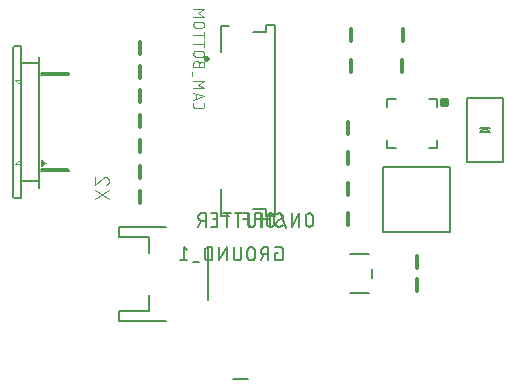
<source format=gbr>
G04 EAGLE Gerber RS-274X export*
G75*
%MOMM*%
%FSLAX34Y34*%
%LPD*%
%INSilkscreen Bottom*%
%IPPOS*%
%AMOC8*
5,1,8,0,0,1.08239X$1,22.5*%
G01*
%ADD10C,0.203200*%
%ADD11C,0.304800*%
%ADD12C,0.127000*%
%ADD13C,0.406400*%
%ADD14C,0.150000*%
%ADD15C,0.250000*%
%ADD16C,0.076200*%
%ADD17C,0.101600*%

G36*
X32261Y202798D02*
X32261Y202798D01*
X32328Y202802D01*
X32362Y202818D01*
X32393Y202824D01*
X32433Y202852D01*
X32491Y202879D01*
X35991Y205379D01*
X36051Y205444D01*
X36115Y205506D01*
X36119Y205517D01*
X36128Y205526D01*
X36158Y205608D01*
X36193Y205690D01*
X36193Y205702D01*
X36197Y205714D01*
X36193Y205802D01*
X36194Y205891D01*
X36189Y205902D01*
X36188Y205914D01*
X36151Y205994D01*
X36117Y206076D01*
X36108Y206085D01*
X36103Y206095D01*
X36062Y206132D01*
X35991Y206205D01*
X32491Y208705D01*
X32430Y208732D01*
X32373Y208767D01*
X32337Y208774D01*
X32308Y208787D01*
X32259Y208788D01*
X32196Y208799D01*
X31696Y208799D01*
X31691Y208798D01*
X31686Y208799D01*
X31593Y208778D01*
X31500Y208760D01*
X31495Y208757D01*
X31490Y208756D01*
X31412Y208700D01*
X31334Y208647D01*
X31331Y208643D01*
X31327Y208640D01*
X31276Y208558D01*
X31224Y208479D01*
X31224Y208474D01*
X31221Y208469D01*
X31189Y208292D01*
X31189Y203292D01*
X31190Y203287D01*
X31189Y203282D01*
X31210Y203189D01*
X31228Y203096D01*
X31231Y203091D01*
X31232Y203086D01*
X31288Y203008D01*
X31341Y202930D01*
X31345Y202927D01*
X31348Y202923D01*
X31430Y202872D01*
X31509Y202820D01*
X31514Y202820D01*
X31519Y202817D01*
X31696Y202785D01*
X32196Y202785D01*
X32261Y202798D01*
G37*
D10*
X172700Y89800D02*
X172700Y134800D01*
X137700Y152300D02*
X97700Y152300D01*
X97700Y143800D01*
X122700Y143800D01*
X122700Y129800D01*
X122700Y94800D02*
X122700Y80800D01*
X97700Y80800D01*
X97700Y72300D01*
X137700Y72300D01*
D11*
X293680Y282900D02*
X293680Y293060D01*
X115240Y288110D02*
X115240Y277950D01*
X293680Y309570D02*
X293680Y319730D01*
X114884Y182552D02*
X114884Y172392D01*
X291140Y163520D02*
X291140Y153360D01*
D10*
X392360Y206972D02*
X422360Y206972D01*
X422360Y261292D01*
X392360Y261292D02*
X392360Y206972D01*
X392360Y261292D02*
X422360Y261292D01*
X411805Y232227D02*
X402915Y232227D01*
X407360Y236037D01*
X411805Y232227D01*
X411805Y236037D02*
X402915Y236037D01*
D11*
X349560Y127452D02*
X349560Y117292D01*
X114884Y193474D02*
X114884Y203634D01*
X114986Y215212D02*
X114986Y225372D01*
X115240Y298270D02*
X115240Y308430D01*
D10*
X321060Y147450D02*
X378060Y147450D01*
X378060Y202450D01*
X321060Y202450D01*
X321060Y147450D01*
D11*
X291140Y205430D02*
X291140Y215590D01*
X291140Y230830D02*
X291140Y240990D01*
X115240Y257630D02*
X115240Y267790D01*
X115138Y247068D02*
X115138Y236908D01*
X291140Y188920D02*
X291140Y178760D01*
X338130Y309570D02*
X338130Y319730D01*
X336860Y293060D02*
X336860Y282900D01*
X349814Y108148D02*
X349814Y97988D01*
D12*
X359750Y260720D02*
X366750Y260720D01*
X366750Y253720D01*
X331750Y260720D02*
X324750Y260720D01*
X324750Y253720D01*
X366750Y225720D02*
X366750Y218720D01*
X359750Y218720D01*
X324750Y218720D02*
X324750Y225720D01*
X324750Y218720D02*
X331750Y218720D01*
D13*
X370750Y257720D02*
X370752Y257809D01*
X370758Y257898D01*
X370768Y257987D01*
X370782Y258075D01*
X370799Y258162D01*
X370821Y258248D01*
X370847Y258334D01*
X370876Y258418D01*
X370909Y258501D01*
X370945Y258582D01*
X370986Y258662D01*
X371029Y258739D01*
X371076Y258815D01*
X371127Y258888D01*
X371180Y258959D01*
X371237Y259028D01*
X371297Y259094D01*
X371360Y259158D01*
X371425Y259218D01*
X371493Y259276D01*
X371564Y259330D01*
X371637Y259381D01*
X371712Y259429D01*
X371789Y259474D01*
X371868Y259515D01*
X371949Y259552D01*
X372031Y259586D01*
X372115Y259617D01*
X372200Y259643D01*
X372286Y259666D01*
X372373Y259684D01*
X372461Y259699D01*
X372550Y259710D01*
X372639Y259717D01*
X372728Y259720D01*
X372817Y259719D01*
X372906Y259714D01*
X372994Y259705D01*
X373083Y259692D01*
X373170Y259675D01*
X373257Y259655D01*
X373343Y259630D01*
X373427Y259602D01*
X373510Y259570D01*
X373592Y259534D01*
X373672Y259495D01*
X373750Y259452D01*
X373826Y259406D01*
X373900Y259356D01*
X373972Y259303D01*
X374041Y259247D01*
X374108Y259188D01*
X374172Y259126D01*
X374233Y259062D01*
X374292Y258994D01*
X374347Y258924D01*
X374399Y258852D01*
X374448Y258777D01*
X374493Y258701D01*
X374535Y258622D01*
X374573Y258542D01*
X374608Y258460D01*
X374639Y258376D01*
X374667Y258291D01*
X374690Y258205D01*
X374710Y258118D01*
X374726Y258031D01*
X374738Y257942D01*
X374746Y257854D01*
X374750Y257765D01*
X374750Y257675D01*
X374746Y257586D01*
X374738Y257498D01*
X374726Y257409D01*
X374710Y257322D01*
X374690Y257235D01*
X374667Y257149D01*
X374639Y257064D01*
X374608Y256980D01*
X374573Y256898D01*
X374535Y256818D01*
X374493Y256739D01*
X374448Y256663D01*
X374399Y256588D01*
X374347Y256516D01*
X374292Y256446D01*
X374233Y256378D01*
X374172Y256314D01*
X374108Y256252D01*
X374041Y256193D01*
X373972Y256137D01*
X373900Y256084D01*
X373826Y256034D01*
X373750Y255988D01*
X373672Y255945D01*
X373592Y255906D01*
X373510Y255870D01*
X373427Y255838D01*
X373343Y255810D01*
X373257Y255785D01*
X373170Y255765D01*
X373083Y255748D01*
X372994Y255735D01*
X372906Y255726D01*
X372817Y255721D01*
X372728Y255720D01*
X372639Y255723D01*
X372550Y255730D01*
X372461Y255741D01*
X372373Y255756D01*
X372286Y255774D01*
X372200Y255797D01*
X372115Y255823D01*
X372031Y255854D01*
X371949Y255888D01*
X371868Y255925D01*
X371789Y255966D01*
X371712Y256011D01*
X371637Y256059D01*
X371564Y256110D01*
X371493Y256164D01*
X371425Y256222D01*
X371360Y256282D01*
X371297Y256346D01*
X371237Y256412D01*
X371180Y256481D01*
X371127Y256552D01*
X371076Y256625D01*
X371029Y256701D01*
X370986Y256778D01*
X370945Y256858D01*
X370909Y256939D01*
X370876Y257022D01*
X370847Y257106D01*
X370821Y257192D01*
X370799Y257278D01*
X370782Y257365D01*
X370768Y257453D01*
X370758Y257542D01*
X370752Y257631D01*
X370750Y257720D01*
D10*
X309300Y96220D02*
X293300Y96220D01*
X293300Y129220D02*
X309300Y129220D01*
X311800Y116720D02*
X311800Y108720D01*
D14*
X229760Y161060D02*
X229760Y323060D01*
X190270Y161560D02*
X184270Y161560D01*
X184270Y184060D01*
X211270Y167060D02*
X221770Y167060D01*
X221770Y161060D01*
X229760Y161060D01*
X229760Y323060D02*
X221770Y323060D01*
X221770Y317060D01*
X211270Y317060D01*
X184270Y322560D02*
X184270Y300060D01*
X184270Y322560D02*
X190270Y322560D01*
D15*
X170020Y294560D02*
X170022Y294630D01*
X170028Y294700D01*
X170038Y294769D01*
X170051Y294838D01*
X170069Y294906D01*
X170090Y294973D01*
X170115Y295038D01*
X170144Y295102D01*
X170176Y295165D01*
X170212Y295225D01*
X170251Y295283D01*
X170293Y295339D01*
X170338Y295393D01*
X170386Y295444D01*
X170437Y295492D01*
X170491Y295537D01*
X170547Y295579D01*
X170605Y295618D01*
X170665Y295654D01*
X170728Y295686D01*
X170792Y295715D01*
X170857Y295740D01*
X170924Y295761D01*
X170992Y295779D01*
X171061Y295792D01*
X171130Y295802D01*
X171200Y295808D01*
X171270Y295810D01*
X171340Y295808D01*
X171410Y295802D01*
X171479Y295792D01*
X171548Y295779D01*
X171616Y295761D01*
X171683Y295740D01*
X171748Y295715D01*
X171812Y295686D01*
X171875Y295654D01*
X171935Y295618D01*
X171993Y295579D01*
X172049Y295537D01*
X172103Y295492D01*
X172154Y295444D01*
X172202Y295393D01*
X172247Y295339D01*
X172289Y295283D01*
X172328Y295225D01*
X172364Y295165D01*
X172396Y295102D01*
X172425Y295038D01*
X172450Y294973D01*
X172471Y294906D01*
X172489Y294838D01*
X172502Y294769D01*
X172512Y294700D01*
X172518Y294630D01*
X172520Y294560D01*
X172518Y294490D01*
X172512Y294420D01*
X172502Y294351D01*
X172489Y294282D01*
X172471Y294214D01*
X172450Y294147D01*
X172425Y294082D01*
X172396Y294018D01*
X172364Y293955D01*
X172328Y293895D01*
X172289Y293837D01*
X172247Y293781D01*
X172202Y293727D01*
X172154Y293676D01*
X172103Y293628D01*
X172049Y293583D01*
X171993Y293541D01*
X171935Y293502D01*
X171875Y293466D01*
X171812Y293434D01*
X171748Y293405D01*
X171683Y293380D01*
X171616Y293359D01*
X171548Y293341D01*
X171479Y293328D01*
X171410Y293318D01*
X171340Y293312D01*
X171270Y293310D01*
X171200Y293312D01*
X171130Y293318D01*
X171061Y293328D01*
X170992Y293341D01*
X170924Y293359D01*
X170857Y293380D01*
X170792Y293405D01*
X170728Y293434D01*
X170665Y293466D01*
X170605Y293502D01*
X170547Y293541D01*
X170491Y293583D01*
X170437Y293628D01*
X170386Y293676D01*
X170338Y293727D01*
X170293Y293781D01*
X170251Y293837D01*
X170212Y293895D01*
X170176Y293955D01*
X170144Y294018D01*
X170115Y294082D01*
X170090Y294147D01*
X170069Y294214D01*
X170051Y294282D01*
X170038Y294351D01*
X170028Y294420D01*
X170022Y294490D01*
X170020Y294560D01*
D16*
X160401Y256614D02*
X160401Y254561D01*
X160403Y254471D01*
X160409Y254382D01*
X160419Y254293D01*
X160432Y254205D01*
X160450Y254117D01*
X160471Y254030D01*
X160496Y253944D01*
X160525Y253859D01*
X160557Y253775D01*
X160593Y253693D01*
X160633Y253613D01*
X160676Y253535D01*
X160723Y253458D01*
X160772Y253383D01*
X160825Y253311D01*
X160881Y253241D01*
X160940Y253174D01*
X161002Y253109D01*
X161067Y253047D01*
X161134Y252988D01*
X161204Y252932D01*
X161276Y252879D01*
X161351Y252830D01*
X161428Y252783D01*
X161506Y252740D01*
X161586Y252700D01*
X161668Y252664D01*
X161752Y252632D01*
X161837Y252603D01*
X161923Y252578D01*
X162010Y252557D01*
X162098Y252539D01*
X162186Y252526D01*
X162275Y252516D01*
X162364Y252510D01*
X162454Y252508D01*
X167586Y252508D01*
X167676Y252510D01*
X167765Y252516D01*
X167854Y252526D01*
X167942Y252539D01*
X168030Y252557D01*
X168117Y252578D01*
X168203Y252603D01*
X168288Y252632D01*
X168372Y252664D01*
X168454Y252700D01*
X168534Y252740D01*
X168612Y252783D01*
X168689Y252830D01*
X168764Y252879D01*
X168836Y252932D01*
X168906Y252988D01*
X168973Y253047D01*
X169038Y253109D01*
X169100Y253174D01*
X169159Y253241D01*
X169215Y253311D01*
X169268Y253383D01*
X169317Y253458D01*
X169364Y253534D01*
X169407Y253613D01*
X169447Y253693D01*
X169483Y253775D01*
X169515Y253859D01*
X169544Y253944D01*
X169569Y254030D01*
X169590Y254117D01*
X169608Y254204D01*
X169621Y254293D01*
X169631Y254382D01*
X169637Y254471D01*
X169639Y254561D01*
X169639Y256614D01*
X169639Y262600D02*
X160401Y259521D01*
X160401Y265679D02*
X169639Y262600D01*
X162711Y264909D02*
X162711Y260290D01*
X160401Y269421D02*
X169639Y269421D01*
X164507Y272500D01*
X169639Y275579D01*
X160401Y275579D01*
X159375Y279447D02*
X159375Y283553D01*
X165533Y287464D02*
X165533Y290030D01*
X165531Y290129D01*
X165525Y290229D01*
X165516Y290328D01*
X165502Y290426D01*
X165485Y290524D01*
X165464Y290622D01*
X165439Y290718D01*
X165410Y290813D01*
X165378Y290908D01*
X165342Y291000D01*
X165303Y291092D01*
X165260Y291182D01*
X165214Y291270D01*
X165164Y291356D01*
X165111Y291440D01*
X165055Y291522D01*
X164995Y291602D01*
X164933Y291679D01*
X164867Y291754D01*
X164799Y291827D01*
X164728Y291896D01*
X164654Y291963D01*
X164578Y292027D01*
X164499Y292088D01*
X164418Y292146D01*
X164335Y292201D01*
X164250Y292252D01*
X164163Y292300D01*
X164074Y292345D01*
X163983Y292386D01*
X163891Y292424D01*
X163798Y292458D01*
X163703Y292488D01*
X163607Y292515D01*
X163510Y292538D01*
X163413Y292557D01*
X163314Y292572D01*
X163215Y292584D01*
X163116Y292592D01*
X163017Y292596D01*
X162917Y292596D01*
X162818Y292592D01*
X162719Y292584D01*
X162620Y292572D01*
X162521Y292557D01*
X162424Y292538D01*
X162327Y292515D01*
X162231Y292488D01*
X162136Y292458D01*
X162043Y292424D01*
X161951Y292386D01*
X161860Y292345D01*
X161771Y292300D01*
X161684Y292252D01*
X161599Y292201D01*
X161516Y292146D01*
X161435Y292088D01*
X161356Y292027D01*
X161280Y291963D01*
X161206Y291896D01*
X161135Y291827D01*
X161067Y291754D01*
X161001Y291679D01*
X160939Y291602D01*
X160879Y291522D01*
X160823Y291440D01*
X160770Y291356D01*
X160720Y291270D01*
X160674Y291182D01*
X160631Y291092D01*
X160592Y291000D01*
X160556Y290908D01*
X160524Y290813D01*
X160495Y290718D01*
X160470Y290622D01*
X160449Y290524D01*
X160432Y290426D01*
X160418Y290328D01*
X160409Y290229D01*
X160403Y290129D01*
X160401Y290030D01*
X160401Y287464D01*
X169639Y287464D01*
X169639Y290030D01*
X169637Y290120D01*
X169631Y290209D01*
X169621Y290298D01*
X169608Y290386D01*
X169590Y290474D01*
X169569Y290561D01*
X169544Y290647D01*
X169515Y290732D01*
X169483Y290816D01*
X169447Y290898D01*
X169407Y290978D01*
X169364Y291057D01*
X169317Y291133D01*
X169268Y291208D01*
X169215Y291280D01*
X169159Y291350D01*
X169100Y291417D01*
X169038Y291482D01*
X168973Y291544D01*
X168906Y291603D01*
X168836Y291659D01*
X168764Y291712D01*
X168689Y291761D01*
X168613Y291808D01*
X168534Y291851D01*
X168454Y291891D01*
X168372Y291927D01*
X168288Y291959D01*
X168203Y291988D01*
X168117Y292013D01*
X168030Y292034D01*
X167942Y292052D01*
X167854Y292065D01*
X167765Y292075D01*
X167676Y292081D01*
X167586Y292083D01*
X167496Y292081D01*
X167407Y292075D01*
X167318Y292065D01*
X167230Y292052D01*
X167142Y292034D01*
X167055Y292013D01*
X166969Y291988D01*
X166884Y291959D01*
X166800Y291927D01*
X166718Y291891D01*
X166638Y291851D01*
X166560Y291808D01*
X166483Y291761D01*
X166408Y291712D01*
X166336Y291659D01*
X166266Y291603D01*
X166199Y291544D01*
X166134Y291482D01*
X166072Y291417D01*
X166013Y291350D01*
X165957Y291280D01*
X165904Y291208D01*
X165855Y291133D01*
X165808Y291057D01*
X165765Y290978D01*
X165725Y290898D01*
X165689Y290816D01*
X165657Y290732D01*
X165628Y290647D01*
X165603Y290561D01*
X165582Y290474D01*
X165564Y290386D01*
X165551Y290298D01*
X165541Y290209D01*
X165535Y290120D01*
X165533Y290030D01*
X167073Y296034D02*
X162967Y296034D01*
X167073Y296034D02*
X167172Y296036D01*
X167272Y296042D01*
X167371Y296051D01*
X167469Y296065D01*
X167567Y296082D01*
X167665Y296103D01*
X167761Y296128D01*
X167856Y296157D01*
X167951Y296189D01*
X168043Y296225D01*
X168135Y296264D01*
X168225Y296307D01*
X168313Y296353D01*
X168399Y296403D01*
X168483Y296456D01*
X168565Y296512D01*
X168645Y296572D01*
X168722Y296634D01*
X168797Y296700D01*
X168870Y296768D01*
X168939Y296839D01*
X169006Y296913D01*
X169070Y296989D01*
X169131Y297068D01*
X169189Y297149D01*
X169244Y297232D01*
X169295Y297317D01*
X169343Y297404D01*
X169388Y297493D01*
X169429Y297584D01*
X169467Y297676D01*
X169501Y297769D01*
X169531Y297864D01*
X169558Y297960D01*
X169581Y298057D01*
X169600Y298154D01*
X169615Y298253D01*
X169627Y298352D01*
X169635Y298451D01*
X169639Y298550D01*
X169639Y298650D01*
X169635Y298749D01*
X169627Y298848D01*
X169615Y298947D01*
X169600Y299046D01*
X169581Y299143D01*
X169558Y299240D01*
X169531Y299336D01*
X169501Y299431D01*
X169467Y299524D01*
X169429Y299616D01*
X169388Y299707D01*
X169343Y299796D01*
X169295Y299883D01*
X169244Y299968D01*
X169189Y300051D01*
X169131Y300132D01*
X169070Y300211D01*
X169006Y300287D01*
X168939Y300361D01*
X168870Y300432D01*
X168797Y300500D01*
X168722Y300566D01*
X168645Y300628D01*
X168565Y300688D01*
X168483Y300744D01*
X168399Y300797D01*
X168313Y300847D01*
X168225Y300893D01*
X168135Y300936D01*
X168043Y300975D01*
X167951Y301011D01*
X167856Y301043D01*
X167761Y301072D01*
X167665Y301097D01*
X167567Y301118D01*
X167469Y301135D01*
X167371Y301149D01*
X167272Y301158D01*
X167172Y301164D01*
X167073Y301166D01*
X162967Y301166D01*
X162868Y301164D01*
X162768Y301158D01*
X162669Y301149D01*
X162571Y301135D01*
X162473Y301118D01*
X162375Y301097D01*
X162279Y301072D01*
X162184Y301043D01*
X162089Y301011D01*
X161997Y300975D01*
X161905Y300936D01*
X161815Y300893D01*
X161727Y300847D01*
X161641Y300797D01*
X161557Y300744D01*
X161475Y300688D01*
X161395Y300628D01*
X161318Y300566D01*
X161243Y300500D01*
X161170Y300432D01*
X161101Y300361D01*
X161034Y300287D01*
X160970Y300211D01*
X160909Y300132D01*
X160851Y300051D01*
X160796Y299968D01*
X160745Y299883D01*
X160697Y299796D01*
X160652Y299707D01*
X160611Y299616D01*
X160573Y299524D01*
X160539Y299431D01*
X160509Y299336D01*
X160482Y299240D01*
X160459Y299143D01*
X160440Y299046D01*
X160425Y298947D01*
X160413Y298848D01*
X160405Y298749D01*
X160401Y298650D01*
X160401Y298550D01*
X160405Y298451D01*
X160413Y298352D01*
X160425Y298253D01*
X160440Y298154D01*
X160459Y298057D01*
X160482Y297960D01*
X160509Y297864D01*
X160539Y297769D01*
X160573Y297676D01*
X160611Y297584D01*
X160652Y297493D01*
X160697Y297404D01*
X160745Y297317D01*
X160796Y297232D01*
X160851Y297149D01*
X160909Y297068D01*
X160970Y296989D01*
X161034Y296913D01*
X161101Y296839D01*
X161170Y296768D01*
X161243Y296700D01*
X161318Y296634D01*
X161395Y296572D01*
X161475Y296512D01*
X161557Y296456D01*
X161641Y296403D01*
X161727Y296353D01*
X161815Y296307D01*
X161905Y296264D01*
X161997Y296225D01*
X162089Y296189D01*
X162184Y296157D01*
X162279Y296128D01*
X162375Y296103D01*
X162473Y296082D01*
X162571Y296065D01*
X162669Y296051D01*
X162768Y296042D01*
X162868Y296036D01*
X162967Y296034D01*
X160401Y307000D02*
X169639Y307000D01*
X169639Y304434D02*
X169639Y309566D01*
X169639Y314800D02*
X160401Y314800D01*
X169639Y312234D02*
X169639Y317366D01*
X167073Y320634D02*
X162967Y320634D01*
X167073Y320634D02*
X167172Y320636D01*
X167272Y320642D01*
X167371Y320651D01*
X167469Y320665D01*
X167567Y320682D01*
X167665Y320703D01*
X167761Y320728D01*
X167856Y320757D01*
X167951Y320789D01*
X168043Y320825D01*
X168135Y320864D01*
X168225Y320907D01*
X168313Y320953D01*
X168399Y321003D01*
X168483Y321056D01*
X168565Y321112D01*
X168645Y321172D01*
X168722Y321234D01*
X168797Y321300D01*
X168870Y321368D01*
X168939Y321439D01*
X169006Y321513D01*
X169070Y321589D01*
X169131Y321668D01*
X169189Y321749D01*
X169244Y321832D01*
X169295Y321917D01*
X169343Y322004D01*
X169388Y322093D01*
X169429Y322184D01*
X169467Y322276D01*
X169501Y322369D01*
X169531Y322464D01*
X169558Y322560D01*
X169581Y322657D01*
X169600Y322754D01*
X169615Y322853D01*
X169627Y322952D01*
X169635Y323051D01*
X169639Y323150D01*
X169639Y323250D01*
X169635Y323349D01*
X169627Y323448D01*
X169615Y323547D01*
X169600Y323646D01*
X169581Y323743D01*
X169558Y323840D01*
X169531Y323936D01*
X169501Y324031D01*
X169467Y324124D01*
X169429Y324216D01*
X169388Y324307D01*
X169343Y324396D01*
X169295Y324483D01*
X169244Y324568D01*
X169189Y324651D01*
X169131Y324732D01*
X169070Y324811D01*
X169006Y324887D01*
X168939Y324961D01*
X168870Y325032D01*
X168797Y325100D01*
X168722Y325166D01*
X168645Y325228D01*
X168565Y325288D01*
X168483Y325344D01*
X168399Y325397D01*
X168313Y325447D01*
X168225Y325493D01*
X168135Y325536D01*
X168043Y325575D01*
X167951Y325611D01*
X167856Y325643D01*
X167761Y325672D01*
X167665Y325697D01*
X167567Y325718D01*
X167469Y325735D01*
X167371Y325749D01*
X167272Y325758D01*
X167172Y325764D01*
X167073Y325766D01*
X162967Y325766D01*
X162868Y325764D01*
X162768Y325758D01*
X162669Y325749D01*
X162571Y325735D01*
X162473Y325718D01*
X162375Y325697D01*
X162279Y325672D01*
X162184Y325643D01*
X162089Y325611D01*
X161997Y325575D01*
X161905Y325536D01*
X161815Y325493D01*
X161727Y325447D01*
X161641Y325397D01*
X161557Y325344D01*
X161475Y325288D01*
X161395Y325228D01*
X161318Y325166D01*
X161243Y325100D01*
X161170Y325032D01*
X161101Y324961D01*
X161034Y324887D01*
X160970Y324811D01*
X160909Y324732D01*
X160851Y324651D01*
X160796Y324568D01*
X160745Y324483D01*
X160697Y324396D01*
X160652Y324307D01*
X160611Y324216D01*
X160573Y324124D01*
X160539Y324031D01*
X160509Y323936D01*
X160482Y323840D01*
X160459Y323743D01*
X160440Y323646D01*
X160425Y323547D01*
X160413Y323448D01*
X160405Y323349D01*
X160401Y323250D01*
X160401Y323150D01*
X160405Y323051D01*
X160413Y322952D01*
X160425Y322853D01*
X160440Y322754D01*
X160459Y322657D01*
X160482Y322560D01*
X160509Y322464D01*
X160539Y322369D01*
X160573Y322276D01*
X160611Y322184D01*
X160652Y322093D01*
X160697Y322004D01*
X160745Y321917D01*
X160796Y321832D01*
X160851Y321749D01*
X160909Y321668D01*
X160970Y321589D01*
X161034Y321513D01*
X161101Y321439D01*
X161170Y321368D01*
X161243Y321300D01*
X161318Y321234D01*
X161395Y321172D01*
X161475Y321112D01*
X161557Y321056D01*
X161641Y321003D01*
X161727Y320953D01*
X161815Y320907D01*
X161905Y320864D01*
X161997Y320825D01*
X162089Y320789D01*
X162184Y320757D01*
X162279Y320728D01*
X162375Y320703D01*
X162473Y320682D01*
X162571Y320665D01*
X162669Y320651D01*
X162768Y320642D01*
X162868Y320636D01*
X162967Y320634D01*
X160401Y330020D02*
X169639Y330020D01*
X164507Y333100D01*
X169639Y336179D01*
X160401Y336179D01*
D10*
X193830Y22850D02*
X206530Y22850D01*
D12*
X232725Y152255D02*
X232625Y152257D01*
X232526Y152263D01*
X232426Y152273D01*
X232328Y152286D01*
X232229Y152304D01*
X232132Y152325D01*
X232036Y152350D01*
X231940Y152379D01*
X231846Y152412D01*
X231753Y152448D01*
X231662Y152488D01*
X231572Y152532D01*
X231484Y152579D01*
X231398Y152629D01*
X231314Y152683D01*
X231232Y152740D01*
X231153Y152800D01*
X231075Y152864D01*
X231001Y152930D01*
X230929Y152999D01*
X230860Y153071D01*
X230794Y153145D01*
X230730Y153223D01*
X230670Y153302D01*
X230613Y153384D01*
X230559Y153468D01*
X230509Y153554D01*
X230462Y153642D01*
X230418Y153732D01*
X230378Y153823D01*
X230342Y153916D01*
X230309Y154010D01*
X230280Y154106D01*
X230255Y154202D01*
X230234Y154299D01*
X230216Y154398D01*
X230203Y154496D01*
X230193Y154596D01*
X230187Y154695D01*
X230185Y154795D01*
X232725Y152255D02*
X232866Y152257D01*
X233007Y152262D01*
X233148Y152272D01*
X233289Y152285D01*
X233429Y152301D01*
X233569Y152322D01*
X233708Y152346D01*
X233847Y152374D01*
X233984Y152405D01*
X234121Y152440D01*
X234257Y152478D01*
X234392Y152520D01*
X234525Y152566D01*
X234658Y152615D01*
X234789Y152668D01*
X234918Y152724D01*
X235047Y152783D01*
X235173Y152846D01*
X235298Y152912D01*
X235421Y152981D01*
X235542Y153054D01*
X235661Y153130D01*
X235779Y153209D01*
X235894Y153290D01*
X236006Y153375D01*
X236117Y153463D01*
X236225Y153554D01*
X236331Y153647D01*
X236434Y153744D01*
X236535Y153843D01*
X236218Y161145D02*
X236216Y161245D01*
X236210Y161344D01*
X236200Y161444D01*
X236187Y161542D01*
X236169Y161641D01*
X236148Y161738D01*
X236123Y161834D01*
X236094Y161930D01*
X236061Y162024D01*
X236025Y162117D01*
X235985Y162208D01*
X235941Y162298D01*
X235894Y162386D01*
X235844Y162472D01*
X235790Y162556D01*
X235733Y162638D01*
X235673Y162717D01*
X235609Y162795D01*
X235543Y162869D01*
X235474Y162941D01*
X235402Y163010D01*
X235328Y163076D01*
X235250Y163140D01*
X235171Y163200D01*
X235089Y163257D01*
X235005Y163311D01*
X234919Y163361D01*
X234831Y163408D01*
X234741Y163452D01*
X234650Y163492D01*
X234557Y163528D01*
X234463Y163561D01*
X234367Y163590D01*
X234271Y163615D01*
X234174Y163636D01*
X234075Y163654D01*
X233977Y163667D01*
X233877Y163677D01*
X233778Y163683D01*
X233678Y163685D01*
X233678Y163686D02*
X233545Y163684D01*
X233412Y163679D01*
X233279Y163669D01*
X233146Y163656D01*
X233014Y163639D01*
X232882Y163619D01*
X232751Y163595D01*
X232621Y163567D01*
X232491Y163536D01*
X232363Y163501D01*
X232235Y163462D01*
X232109Y163420D01*
X231984Y163374D01*
X231860Y163325D01*
X231737Y163273D01*
X231616Y163217D01*
X231497Y163157D01*
X231379Y163095D01*
X231264Y163029D01*
X231150Y162960D01*
X231038Y162887D01*
X230928Y162812D01*
X230820Y162733D01*
X234948Y158922D02*
X235032Y158974D01*
X235115Y159029D01*
X235195Y159088D01*
X235273Y159149D01*
X235348Y159213D01*
X235421Y159281D01*
X235492Y159351D01*
X235559Y159423D01*
X235624Y159498D01*
X235686Y159576D01*
X235745Y159656D01*
X235801Y159738D01*
X235853Y159822D01*
X235902Y159908D01*
X235948Y159996D01*
X235991Y160086D01*
X236030Y160177D01*
X236065Y160270D01*
X236097Y160364D01*
X236125Y160459D01*
X236150Y160555D01*
X236170Y160652D01*
X236188Y160750D01*
X236201Y160848D01*
X236210Y160947D01*
X236216Y161046D01*
X236218Y161145D01*
X231455Y157018D02*
X231371Y156966D01*
X231288Y156911D01*
X231208Y156852D01*
X231130Y156791D01*
X231055Y156727D01*
X230982Y156659D01*
X230911Y156589D01*
X230844Y156517D01*
X230779Y156442D01*
X230717Y156364D01*
X230658Y156284D01*
X230602Y156202D01*
X230550Y156118D01*
X230501Y156032D01*
X230455Y155944D01*
X230412Y155854D01*
X230373Y155763D01*
X230338Y155670D01*
X230306Y155576D01*
X230278Y155481D01*
X230253Y155385D01*
X230233Y155288D01*
X230215Y155190D01*
X230202Y155092D01*
X230193Y154993D01*
X230187Y154894D01*
X230185Y154795D01*
X231455Y157018D02*
X234948Y158923D01*
X225105Y163685D02*
X225105Y152255D01*
X225105Y158605D02*
X218755Y158605D01*
X218755Y163685D02*
X218755Y152255D01*
X212913Y155430D02*
X212913Y163685D01*
X212913Y155430D02*
X212911Y155319D01*
X212905Y155209D01*
X212896Y155098D01*
X212882Y154988D01*
X212865Y154879D01*
X212844Y154770D01*
X212819Y154662D01*
X212790Y154555D01*
X212758Y154449D01*
X212722Y154344D01*
X212682Y154241D01*
X212639Y154139D01*
X212592Y154038D01*
X212541Y153939D01*
X212488Y153842D01*
X212431Y153748D01*
X212370Y153655D01*
X212307Y153564D01*
X212240Y153475D01*
X212170Y153389D01*
X212097Y153306D01*
X212022Y153224D01*
X211944Y153146D01*
X211862Y153071D01*
X211779Y152998D01*
X211693Y152928D01*
X211604Y152861D01*
X211513Y152798D01*
X211420Y152737D01*
X211325Y152680D01*
X211229Y152627D01*
X211130Y152576D01*
X211029Y152529D01*
X210927Y152486D01*
X210824Y152446D01*
X210719Y152410D01*
X210613Y152378D01*
X210506Y152349D01*
X210398Y152324D01*
X210289Y152303D01*
X210180Y152286D01*
X210070Y152272D01*
X209959Y152263D01*
X209849Y152257D01*
X209738Y152255D01*
X209627Y152257D01*
X209517Y152263D01*
X209406Y152272D01*
X209296Y152286D01*
X209187Y152303D01*
X209078Y152324D01*
X208970Y152349D01*
X208863Y152378D01*
X208757Y152410D01*
X208652Y152446D01*
X208549Y152486D01*
X208447Y152529D01*
X208346Y152576D01*
X208247Y152627D01*
X208151Y152680D01*
X208056Y152737D01*
X207963Y152798D01*
X207872Y152861D01*
X207783Y152928D01*
X207697Y152998D01*
X207614Y153071D01*
X207532Y153146D01*
X207454Y153224D01*
X207379Y153306D01*
X207306Y153389D01*
X207236Y153475D01*
X207169Y153564D01*
X207106Y153655D01*
X207045Y153748D01*
X206988Y153843D01*
X206935Y153939D01*
X206884Y154038D01*
X206837Y154139D01*
X206794Y154241D01*
X206754Y154344D01*
X206718Y154449D01*
X206686Y154555D01*
X206657Y154662D01*
X206632Y154770D01*
X206611Y154879D01*
X206594Y154988D01*
X206580Y155098D01*
X206571Y155209D01*
X206565Y155319D01*
X206563Y155430D01*
X206563Y163685D01*
X198689Y163685D02*
X198689Y152255D01*
X201864Y163685D02*
X195514Y163685D01*
X188783Y163685D02*
X188783Y152255D01*
X191958Y163685D02*
X185608Y163685D01*
X180884Y152255D02*
X175804Y152255D01*
X180884Y152255D02*
X180884Y163685D01*
X175804Y163685D01*
X177074Y158605D02*
X180884Y158605D01*
X170920Y163685D02*
X170920Y152255D01*
X170920Y163685D02*
X167745Y163685D01*
X167634Y163683D01*
X167524Y163677D01*
X167413Y163668D01*
X167303Y163654D01*
X167194Y163637D01*
X167085Y163616D01*
X166977Y163591D01*
X166870Y163562D01*
X166764Y163530D01*
X166659Y163494D01*
X166556Y163454D01*
X166454Y163411D01*
X166353Y163364D01*
X166254Y163313D01*
X166158Y163260D01*
X166063Y163203D01*
X165970Y163142D01*
X165879Y163079D01*
X165790Y163012D01*
X165704Y162942D01*
X165621Y162869D01*
X165539Y162794D01*
X165461Y162716D01*
X165386Y162634D01*
X165313Y162551D01*
X165243Y162465D01*
X165176Y162376D01*
X165113Y162285D01*
X165052Y162192D01*
X164995Y162098D01*
X164942Y162001D01*
X164891Y161902D01*
X164844Y161801D01*
X164801Y161699D01*
X164761Y161596D01*
X164725Y161491D01*
X164693Y161385D01*
X164664Y161278D01*
X164639Y161170D01*
X164618Y161061D01*
X164601Y160952D01*
X164587Y160842D01*
X164578Y160731D01*
X164572Y160621D01*
X164570Y160510D01*
X164572Y160399D01*
X164578Y160289D01*
X164587Y160178D01*
X164601Y160068D01*
X164618Y159959D01*
X164639Y159850D01*
X164664Y159742D01*
X164693Y159635D01*
X164725Y159529D01*
X164761Y159424D01*
X164801Y159321D01*
X164844Y159219D01*
X164891Y159118D01*
X164942Y159019D01*
X164995Y158923D01*
X165052Y158828D01*
X165113Y158735D01*
X165176Y158644D01*
X165243Y158555D01*
X165313Y158469D01*
X165386Y158386D01*
X165461Y158304D01*
X165539Y158226D01*
X165621Y158151D01*
X165704Y158078D01*
X165790Y158008D01*
X165879Y157941D01*
X165970Y157878D01*
X166063Y157817D01*
X166158Y157760D01*
X166254Y157707D01*
X166353Y157656D01*
X166454Y157609D01*
X166556Y157566D01*
X166659Y157526D01*
X166764Y157490D01*
X166870Y157458D01*
X166977Y157429D01*
X167085Y157404D01*
X167194Y157383D01*
X167303Y157366D01*
X167413Y157352D01*
X167524Y157343D01*
X167634Y157337D01*
X167745Y157335D01*
X170920Y157335D01*
X167110Y157335D02*
X164570Y152255D01*
X261935Y155468D02*
X261935Y160548D01*
X261933Y160659D01*
X261927Y160769D01*
X261918Y160880D01*
X261904Y160990D01*
X261887Y161099D01*
X261866Y161208D01*
X261841Y161316D01*
X261812Y161423D01*
X261780Y161529D01*
X261744Y161634D01*
X261704Y161737D01*
X261661Y161839D01*
X261614Y161940D01*
X261563Y162039D01*
X261510Y162136D01*
X261453Y162230D01*
X261392Y162323D01*
X261329Y162414D01*
X261262Y162503D01*
X261192Y162589D01*
X261119Y162672D01*
X261044Y162754D01*
X260966Y162832D01*
X260884Y162907D01*
X260801Y162980D01*
X260715Y163050D01*
X260626Y163117D01*
X260535Y163180D01*
X260442Y163241D01*
X260348Y163298D01*
X260251Y163351D01*
X260152Y163402D01*
X260051Y163449D01*
X259949Y163492D01*
X259846Y163532D01*
X259741Y163568D01*
X259635Y163600D01*
X259528Y163629D01*
X259420Y163654D01*
X259311Y163675D01*
X259202Y163692D01*
X259092Y163706D01*
X258981Y163715D01*
X258871Y163721D01*
X258760Y163723D01*
X258649Y163721D01*
X258539Y163715D01*
X258428Y163706D01*
X258318Y163692D01*
X258209Y163675D01*
X258100Y163654D01*
X257992Y163629D01*
X257885Y163600D01*
X257779Y163568D01*
X257674Y163532D01*
X257571Y163492D01*
X257469Y163449D01*
X257368Y163402D01*
X257269Y163351D01*
X257173Y163298D01*
X257078Y163241D01*
X256985Y163180D01*
X256894Y163117D01*
X256805Y163050D01*
X256719Y162980D01*
X256636Y162907D01*
X256554Y162832D01*
X256476Y162754D01*
X256401Y162672D01*
X256328Y162589D01*
X256258Y162503D01*
X256191Y162414D01*
X256128Y162323D01*
X256067Y162230D01*
X256010Y162136D01*
X255957Y162039D01*
X255906Y161940D01*
X255859Y161839D01*
X255816Y161737D01*
X255776Y161634D01*
X255740Y161529D01*
X255708Y161423D01*
X255679Y161316D01*
X255654Y161208D01*
X255633Y161099D01*
X255616Y160990D01*
X255602Y160880D01*
X255593Y160769D01*
X255587Y160659D01*
X255585Y160548D01*
X255585Y155468D01*
X255587Y155357D01*
X255593Y155247D01*
X255602Y155136D01*
X255616Y155026D01*
X255633Y154917D01*
X255654Y154808D01*
X255679Y154700D01*
X255708Y154593D01*
X255740Y154487D01*
X255776Y154382D01*
X255816Y154279D01*
X255859Y154177D01*
X255906Y154076D01*
X255957Y153977D01*
X256010Y153881D01*
X256067Y153786D01*
X256128Y153693D01*
X256191Y153602D01*
X256258Y153513D01*
X256328Y153427D01*
X256401Y153344D01*
X256476Y153262D01*
X256554Y153184D01*
X256636Y153109D01*
X256719Y153036D01*
X256805Y152966D01*
X256894Y152899D01*
X256985Y152836D01*
X257078Y152775D01*
X257173Y152718D01*
X257269Y152665D01*
X257368Y152614D01*
X257469Y152567D01*
X257571Y152524D01*
X257674Y152484D01*
X257779Y152448D01*
X257885Y152416D01*
X257992Y152387D01*
X258100Y152362D01*
X258209Y152341D01*
X258318Y152324D01*
X258428Y152310D01*
X258539Y152301D01*
X258649Y152295D01*
X258760Y152293D01*
X258871Y152295D01*
X258981Y152301D01*
X259092Y152310D01*
X259202Y152324D01*
X259311Y152341D01*
X259420Y152362D01*
X259528Y152387D01*
X259635Y152416D01*
X259741Y152448D01*
X259846Y152484D01*
X259949Y152524D01*
X260051Y152567D01*
X260152Y152614D01*
X260251Y152665D01*
X260347Y152718D01*
X260442Y152775D01*
X260535Y152836D01*
X260626Y152899D01*
X260715Y152966D01*
X260801Y153036D01*
X260884Y153109D01*
X260966Y153184D01*
X261044Y153262D01*
X261119Y153344D01*
X261192Y153427D01*
X261262Y153513D01*
X261329Y153602D01*
X261392Y153693D01*
X261453Y153786D01*
X261510Y153880D01*
X261563Y153977D01*
X261614Y154076D01*
X261661Y154177D01*
X261704Y154279D01*
X261744Y154382D01*
X261780Y154487D01*
X261812Y154593D01*
X261841Y154700D01*
X261866Y154808D01*
X261887Y154917D01*
X261904Y155026D01*
X261918Y155136D01*
X261927Y155247D01*
X261933Y155357D01*
X261935Y155468D01*
X250124Y152293D02*
X250124Y163723D01*
X243774Y152293D01*
X243774Y163723D01*
X233741Y164993D02*
X238821Y151023D01*
X229169Y155468D02*
X229169Y160548D01*
X229167Y160659D01*
X229161Y160769D01*
X229152Y160880D01*
X229138Y160990D01*
X229121Y161099D01*
X229100Y161208D01*
X229075Y161316D01*
X229046Y161423D01*
X229014Y161529D01*
X228978Y161634D01*
X228938Y161737D01*
X228895Y161839D01*
X228848Y161940D01*
X228797Y162039D01*
X228744Y162136D01*
X228687Y162230D01*
X228626Y162323D01*
X228563Y162414D01*
X228496Y162503D01*
X228426Y162589D01*
X228353Y162672D01*
X228278Y162754D01*
X228200Y162832D01*
X228118Y162907D01*
X228035Y162980D01*
X227949Y163050D01*
X227860Y163117D01*
X227769Y163180D01*
X227676Y163241D01*
X227582Y163298D01*
X227485Y163351D01*
X227386Y163402D01*
X227285Y163449D01*
X227183Y163492D01*
X227080Y163532D01*
X226975Y163568D01*
X226869Y163600D01*
X226762Y163629D01*
X226654Y163654D01*
X226545Y163675D01*
X226436Y163692D01*
X226326Y163706D01*
X226215Y163715D01*
X226105Y163721D01*
X225994Y163723D01*
X225883Y163721D01*
X225773Y163715D01*
X225662Y163706D01*
X225552Y163692D01*
X225443Y163675D01*
X225334Y163654D01*
X225226Y163629D01*
X225119Y163600D01*
X225013Y163568D01*
X224908Y163532D01*
X224805Y163492D01*
X224703Y163449D01*
X224602Y163402D01*
X224503Y163351D01*
X224407Y163298D01*
X224312Y163241D01*
X224219Y163180D01*
X224128Y163117D01*
X224039Y163050D01*
X223953Y162980D01*
X223870Y162907D01*
X223788Y162832D01*
X223710Y162754D01*
X223635Y162672D01*
X223562Y162589D01*
X223492Y162503D01*
X223425Y162414D01*
X223362Y162323D01*
X223301Y162230D01*
X223244Y162136D01*
X223191Y162039D01*
X223140Y161940D01*
X223093Y161839D01*
X223050Y161737D01*
X223010Y161634D01*
X222974Y161529D01*
X222942Y161423D01*
X222913Y161316D01*
X222888Y161208D01*
X222867Y161099D01*
X222850Y160990D01*
X222836Y160880D01*
X222827Y160769D01*
X222821Y160659D01*
X222819Y160548D01*
X222819Y155468D01*
X222821Y155357D01*
X222827Y155247D01*
X222836Y155136D01*
X222850Y155026D01*
X222867Y154917D01*
X222888Y154808D01*
X222913Y154700D01*
X222942Y154593D01*
X222974Y154487D01*
X223010Y154382D01*
X223050Y154279D01*
X223093Y154177D01*
X223140Y154076D01*
X223191Y153977D01*
X223244Y153881D01*
X223301Y153786D01*
X223362Y153693D01*
X223425Y153602D01*
X223492Y153513D01*
X223562Y153427D01*
X223635Y153344D01*
X223710Y153262D01*
X223788Y153184D01*
X223870Y153109D01*
X223953Y153036D01*
X224039Y152966D01*
X224128Y152899D01*
X224219Y152836D01*
X224312Y152775D01*
X224407Y152718D01*
X224503Y152665D01*
X224602Y152614D01*
X224703Y152567D01*
X224805Y152524D01*
X224908Y152484D01*
X225013Y152448D01*
X225119Y152416D01*
X225226Y152387D01*
X225334Y152362D01*
X225443Y152341D01*
X225552Y152324D01*
X225662Y152310D01*
X225773Y152301D01*
X225883Y152295D01*
X225994Y152293D01*
X226105Y152295D01*
X226215Y152301D01*
X226326Y152310D01*
X226436Y152324D01*
X226545Y152341D01*
X226654Y152362D01*
X226762Y152387D01*
X226869Y152416D01*
X226975Y152448D01*
X227080Y152484D01*
X227183Y152524D01*
X227285Y152567D01*
X227386Y152614D01*
X227485Y152665D01*
X227581Y152718D01*
X227676Y152775D01*
X227769Y152836D01*
X227860Y152899D01*
X227949Y152966D01*
X228035Y153036D01*
X228118Y153109D01*
X228200Y153184D01*
X228278Y153262D01*
X228353Y153344D01*
X228426Y153427D01*
X228496Y153513D01*
X228563Y153602D01*
X228626Y153693D01*
X228687Y153786D01*
X228744Y153880D01*
X228797Y153977D01*
X228848Y154076D01*
X228895Y154177D01*
X228938Y154279D01*
X228978Y154382D01*
X229014Y154487D01*
X229046Y154593D01*
X229075Y154700D01*
X229100Y154808D01*
X229121Y154917D01*
X229138Y155026D01*
X229152Y155136D01*
X229161Y155247D01*
X229167Y155357D01*
X229169Y155468D01*
X217333Y152293D02*
X217333Y163723D01*
X212253Y163723D01*
X212253Y158643D02*
X217333Y158643D01*
X207427Y163723D02*
X207427Y152293D01*
X207427Y163723D02*
X202347Y163723D01*
X202347Y158643D02*
X207427Y158643D01*
X229931Y129979D02*
X231836Y129979D01*
X229931Y129979D02*
X229931Y123629D01*
X233741Y123629D01*
X233841Y123631D01*
X233940Y123637D01*
X234040Y123647D01*
X234138Y123660D01*
X234237Y123678D01*
X234334Y123699D01*
X234430Y123724D01*
X234526Y123753D01*
X234620Y123786D01*
X234713Y123822D01*
X234804Y123862D01*
X234894Y123906D01*
X234982Y123953D01*
X235068Y124003D01*
X235152Y124057D01*
X235234Y124114D01*
X235313Y124174D01*
X235391Y124238D01*
X235465Y124304D01*
X235537Y124373D01*
X235606Y124445D01*
X235672Y124519D01*
X235736Y124597D01*
X235796Y124676D01*
X235853Y124758D01*
X235907Y124842D01*
X235957Y124928D01*
X236004Y125016D01*
X236048Y125106D01*
X236088Y125197D01*
X236124Y125290D01*
X236157Y125384D01*
X236186Y125480D01*
X236211Y125576D01*
X236232Y125673D01*
X236250Y125772D01*
X236263Y125870D01*
X236273Y125970D01*
X236279Y126069D01*
X236281Y126169D01*
X236281Y132519D01*
X236279Y132619D01*
X236273Y132718D01*
X236263Y132818D01*
X236250Y132916D01*
X236232Y133015D01*
X236211Y133112D01*
X236186Y133208D01*
X236157Y133304D01*
X236124Y133398D01*
X236088Y133491D01*
X236048Y133582D01*
X236004Y133672D01*
X235957Y133760D01*
X235907Y133846D01*
X235853Y133930D01*
X235796Y134012D01*
X235736Y134091D01*
X235672Y134169D01*
X235606Y134243D01*
X235537Y134315D01*
X235465Y134384D01*
X235391Y134450D01*
X235313Y134514D01*
X235234Y134574D01*
X235152Y134631D01*
X235068Y134685D01*
X234982Y134735D01*
X234894Y134782D01*
X234804Y134826D01*
X234713Y134866D01*
X234620Y134902D01*
X234526Y134935D01*
X234430Y134964D01*
X234334Y134989D01*
X234237Y135010D01*
X234138Y135028D01*
X234040Y135041D01*
X233940Y135051D01*
X233841Y135057D01*
X233741Y135059D01*
X229931Y135059D01*
X224006Y135059D02*
X224006Y123629D01*
X224006Y135059D02*
X220831Y135059D01*
X220720Y135057D01*
X220610Y135051D01*
X220499Y135042D01*
X220389Y135028D01*
X220280Y135011D01*
X220171Y134990D01*
X220063Y134965D01*
X219956Y134936D01*
X219850Y134904D01*
X219745Y134868D01*
X219642Y134828D01*
X219540Y134785D01*
X219439Y134738D01*
X219340Y134687D01*
X219244Y134634D01*
X219149Y134577D01*
X219056Y134516D01*
X218965Y134453D01*
X218876Y134386D01*
X218790Y134316D01*
X218707Y134243D01*
X218625Y134168D01*
X218547Y134090D01*
X218472Y134008D01*
X218399Y133925D01*
X218329Y133839D01*
X218262Y133750D01*
X218199Y133659D01*
X218138Y133566D01*
X218081Y133472D01*
X218028Y133375D01*
X217977Y133276D01*
X217930Y133175D01*
X217887Y133073D01*
X217847Y132970D01*
X217811Y132865D01*
X217779Y132759D01*
X217750Y132652D01*
X217725Y132544D01*
X217704Y132435D01*
X217687Y132326D01*
X217673Y132216D01*
X217664Y132105D01*
X217658Y131995D01*
X217656Y131884D01*
X217658Y131773D01*
X217664Y131663D01*
X217673Y131552D01*
X217687Y131442D01*
X217704Y131333D01*
X217725Y131224D01*
X217750Y131116D01*
X217779Y131009D01*
X217811Y130903D01*
X217847Y130798D01*
X217887Y130695D01*
X217930Y130593D01*
X217977Y130492D01*
X218028Y130393D01*
X218081Y130296D01*
X218138Y130202D01*
X218199Y130109D01*
X218262Y130018D01*
X218329Y129929D01*
X218399Y129843D01*
X218472Y129760D01*
X218547Y129678D01*
X218625Y129600D01*
X218707Y129525D01*
X218790Y129452D01*
X218876Y129382D01*
X218965Y129315D01*
X219056Y129252D01*
X219149Y129191D01*
X219244Y129134D01*
X219340Y129081D01*
X219439Y129030D01*
X219540Y128983D01*
X219642Y128940D01*
X219745Y128900D01*
X219850Y128864D01*
X219956Y128832D01*
X220063Y128803D01*
X220171Y128778D01*
X220280Y128757D01*
X220389Y128740D01*
X220499Y128726D01*
X220610Y128717D01*
X220720Y128711D01*
X220831Y128709D01*
X224006Y128709D01*
X220196Y128709D02*
X217656Y123629D01*
X212659Y126804D02*
X212659Y131884D01*
X212657Y131995D01*
X212651Y132105D01*
X212642Y132216D01*
X212628Y132326D01*
X212611Y132435D01*
X212590Y132544D01*
X212565Y132652D01*
X212536Y132759D01*
X212504Y132865D01*
X212468Y132970D01*
X212428Y133073D01*
X212385Y133175D01*
X212338Y133276D01*
X212287Y133375D01*
X212234Y133472D01*
X212177Y133566D01*
X212116Y133659D01*
X212053Y133750D01*
X211986Y133839D01*
X211916Y133925D01*
X211843Y134008D01*
X211768Y134090D01*
X211690Y134168D01*
X211608Y134243D01*
X211525Y134316D01*
X211439Y134386D01*
X211350Y134453D01*
X211259Y134516D01*
X211166Y134577D01*
X211072Y134634D01*
X210975Y134687D01*
X210876Y134738D01*
X210775Y134785D01*
X210673Y134828D01*
X210570Y134868D01*
X210465Y134904D01*
X210359Y134936D01*
X210252Y134965D01*
X210144Y134990D01*
X210035Y135011D01*
X209926Y135028D01*
X209816Y135042D01*
X209705Y135051D01*
X209595Y135057D01*
X209484Y135059D01*
X209373Y135057D01*
X209263Y135051D01*
X209152Y135042D01*
X209042Y135028D01*
X208933Y135011D01*
X208824Y134990D01*
X208716Y134965D01*
X208609Y134936D01*
X208503Y134904D01*
X208398Y134868D01*
X208295Y134828D01*
X208193Y134785D01*
X208092Y134738D01*
X207993Y134687D01*
X207897Y134634D01*
X207802Y134577D01*
X207709Y134516D01*
X207618Y134453D01*
X207529Y134386D01*
X207443Y134316D01*
X207360Y134243D01*
X207278Y134168D01*
X207200Y134090D01*
X207125Y134008D01*
X207052Y133925D01*
X206982Y133839D01*
X206915Y133750D01*
X206852Y133659D01*
X206791Y133566D01*
X206734Y133472D01*
X206681Y133375D01*
X206630Y133276D01*
X206583Y133175D01*
X206540Y133073D01*
X206500Y132970D01*
X206464Y132865D01*
X206432Y132759D01*
X206403Y132652D01*
X206378Y132544D01*
X206357Y132435D01*
X206340Y132326D01*
X206326Y132216D01*
X206317Y132105D01*
X206311Y131995D01*
X206309Y131884D01*
X206309Y126804D01*
X206311Y126693D01*
X206317Y126583D01*
X206326Y126472D01*
X206340Y126362D01*
X206357Y126253D01*
X206378Y126144D01*
X206403Y126036D01*
X206432Y125929D01*
X206464Y125823D01*
X206500Y125718D01*
X206540Y125615D01*
X206583Y125513D01*
X206630Y125412D01*
X206681Y125313D01*
X206734Y125217D01*
X206791Y125122D01*
X206852Y125029D01*
X206915Y124938D01*
X206982Y124849D01*
X207052Y124763D01*
X207125Y124680D01*
X207200Y124598D01*
X207278Y124520D01*
X207360Y124445D01*
X207443Y124372D01*
X207529Y124302D01*
X207618Y124235D01*
X207709Y124172D01*
X207802Y124111D01*
X207897Y124054D01*
X207993Y124001D01*
X208092Y123950D01*
X208193Y123903D01*
X208295Y123860D01*
X208398Y123820D01*
X208503Y123784D01*
X208609Y123752D01*
X208716Y123723D01*
X208824Y123698D01*
X208933Y123677D01*
X209042Y123660D01*
X209152Y123646D01*
X209263Y123637D01*
X209373Y123631D01*
X209484Y123629D01*
X209595Y123631D01*
X209705Y123637D01*
X209816Y123646D01*
X209926Y123660D01*
X210035Y123677D01*
X210144Y123698D01*
X210252Y123723D01*
X210359Y123752D01*
X210465Y123784D01*
X210570Y123820D01*
X210673Y123860D01*
X210775Y123903D01*
X210876Y123950D01*
X210975Y124001D01*
X211071Y124054D01*
X211166Y124111D01*
X211259Y124172D01*
X211350Y124235D01*
X211439Y124302D01*
X211525Y124372D01*
X211608Y124445D01*
X211690Y124520D01*
X211768Y124598D01*
X211843Y124680D01*
X211916Y124763D01*
X211986Y124849D01*
X212053Y124938D01*
X212116Y125029D01*
X212177Y125122D01*
X212234Y125216D01*
X212287Y125313D01*
X212338Y125412D01*
X212385Y125513D01*
X212428Y125615D01*
X212468Y125718D01*
X212504Y125823D01*
X212536Y125929D01*
X212565Y126036D01*
X212590Y126144D01*
X212611Y126253D01*
X212628Y126362D01*
X212642Y126472D01*
X212651Y126583D01*
X212657Y126693D01*
X212659Y126804D01*
X200848Y126804D02*
X200848Y135059D01*
X200848Y126804D02*
X200846Y126693D01*
X200840Y126583D01*
X200831Y126472D01*
X200817Y126362D01*
X200800Y126253D01*
X200779Y126144D01*
X200754Y126036D01*
X200725Y125929D01*
X200693Y125823D01*
X200657Y125718D01*
X200617Y125615D01*
X200574Y125513D01*
X200527Y125412D01*
X200476Y125313D01*
X200423Y125216D01*
X200366Y125122D01*
X200305Y125029D01*
X200242Y124938D01*
X200175Y124849D01*
X200105Y124763D01*
X200032Y124680D01*
X199957Y124598D01*
X199879Y124520D01*
X199797Y124445D01*
X199714Y124372D01*
X199628Y124302D01*
X199539Y124235D01*
X199448Y124172D01*
X199355Y124111D01*
X199260Y124054D01*
X199164Y124001D01*
X199065Y123950D01*
X198964Y123903D01*
X198862Y123860D01*
X198759Y123820D01*
X198654Y123784D01*
X198548Y123752D01*
X198441Y123723D01*
X198333Y123698D01*
X198224Y123677D01*
X198115Y123660D01*
X198005Y123646D01*
X197894Y123637D01*
X197784Y123631D01*
X197673Y123629D01*
X197562Y123631D01*
X197452Y123637D01*
X197341Y123646D01*
X197231Y123660D01*
X197122Y123677D01*
X197013Y123698D01*
X196905Y123723D01*
X196798Y123752D01*
X196692Y123784D01*
X196587Y123820D01*
X196484Y123860D01*
X196382Y123903D01*
X196281Y123950D01*
X196182Y124001D01*
X196086Y124054D01*
X195991Y124111D01*
X195898Y124172D01*
X195807Y124235D01*
X195718Y124302D01*
X195632Y124372D01*
X195549Y124445D01*
X195467Y124520D01*
X195389Y124598D01*
X195314Y124680D01*
X195241Y124763D01*
X195171Y124849D01*
X195104Y124938D01*
X195041Y125029D01*
X194980Y125122D01*
X194923Y125217D01*
X194870Y125313D01*
X194819Y125412D01*
X194772Y125513D01*
X194729Y125615D01*
X194689Y125718D01*
X194653Y125823D01*
X194621Y125929D01*
X194592Y126036D01*
X194567Y126144D01*
X194546Y126253D01*
X194529Y126362D01*
X194515Y126472D01*
X194506Y126583D01*
X194500Y126693D01*
X194498Y126804D01*
X194498Y135059D01*
X188656Y135059D02*
X188656Y123629D01*
X182306Y123629D02*
X188656Y135059D01*
X182306Y135059D02*
X182306Y123629D01*
X176464Y123629D02*
X176464Y135059D01*
X173289Y135059D01*
X173178Y135057D01*
X173068Y135051D01*
X172957Y135042D01*
X172847Y135028D01*
X172738Y135011D01*
X172629Y134990D01*
X172521Y134965D01*
X172414Y134936D01*
X172308Y134904D01*
X172203Y134868D01*
X172100Y134828D01*
X171998Y134785D01*
X171897Y134738D01*
X171798Y134687D01*
X171702Y134634D01*
X171607Y134577D01*
X171514Y134516D01*
X171423Y134453D01*
X171334Y134386D01*
X171248Y134316D01*
X171165Y134243D01*
X171083Y134168D01*
X171005Y134090D01*
X170930Y134008D01*
X170857Y133925D01*
X170787Y133839D01*
X170720Y133750D01*
X170657Y133659D01*
X170596Y133566D01*
X170539Y133472D01*
X170486Y133375D01*
X170435Y133276D01*
X170388Y133175D01*
X170345Y133073D01*
X170305Y132970D01*
X170269Y132865D01*
X170237Y132759D01*
X170208Y132652D01*
X170183Y132544D01*
X170162Y132435D01*
X170145Y132326D01*
X170131Y132216D01*
X170122Y132105D01*
X170116Y131995D01*
X170114Y131884D01*
X170114Y126804D01*
X170116Y126693D01*
X170122Y126583D01*
X170131Y126472D01*
X170145Y126362D01*
X170162Y126253D01*
X170183Y126144D01*
X170208Y126036D01*
X170237Y125929D01*
X170269Y125823D01*
X170305Y125718D01*
X170345Y125615D01*
X170388Y125513D01*
X170435Y125412D01*
X170486Y125313D01*
X170539Y125217D01*
X170596Y125122D01*
X170657Y125029D01*
X170720Y124938D01*
X170787Y124849D01*
X170857Y124763D01*
X170930Y124680D01*
X171005Y124598D01*
X171083Y124520D01*
X171165Y124445D01*
X171248Y124372D01*
X171334Y124302D01*
X171423Y124235D01*
X171514Y124172D01*
X171607Y124111D01*
X171702Y124054D01*
X171798Y124001D01*
X171897Y123950D01*
X171998Y123903D01*
X172100Y123860D01*
X172203Y123820D01*
X172308Y123784D01*
X172414Y123752D01*
X172521Y123723D01*
X172629Y123698D01*
X172738Y123677D01*
X172847Y123660D01*
X172957Y123646D01*
X173068Y123637D01*
X173178Y123631D01*
X173289Y123629D01*
X176464Y123629D01*
X165161Y122359D02*
X160081Y122359D01*
X155509Y132519D02*
X152334Y135059D01*
X152334Y123629D01*
X155509Y123629D02*
X149159Y123629D01*
D10*
X14196Y176292D02*
X9196Y176292D01*
X8196Y177292D01*
X8196Y304292D01*
X9196Y305292D01*
X14196Y305292D01*
X14196Y176292D01*
X30196Y185292D02*
X30196Y296292D01*
X29196Y190792D02*
X15196Y190792D01*
X15196Y290792D02*
X29196Y290792D01*
D17*
X13196Y205292D02*
X9196Y205292D01*
X11696Y207792D01*
X13196Y207792D01*
X13196Y273792D02*
X11696Y273792D01*
X9196Y276292D01*
X13196Y276292D01*
D10*
X31696Y199292D02*
X54196Y199292D01*
X54250Y199294D01*
X54303Y199300D01*
X54355Y199309D01*
X54407Y199322D01*
X54458Y199339D01*
X54508Y199360D01*
X54555Y199384D01*
X54601Y199411D01*
X54645Y199442D01*
X54687Y199475D01*
X54726Y199512D01*
X54763Y199551D01*
X54796Y199593D01*
X54827Y199637D01*
X54854Y199683D01*
X54878Y199730D01*
X54899Y199780D01*
X54916Y199831D01*
X54929Y199883D01*
X54938Y199935D01*
X54944Y199988D01*
X54946Y200042D01*
X54944Y200096D01*
X54938Y200149D01*
X54929Y200201D01*
X54916Y200253D01*
X54899Y200304D01*
X54878Y200354D01*
X54854Y200401D01*
X54827Y200447D01*
X54796Y200491D01*
X54763Y200533D01*
X54726Y200572D01*
X54687Y200609D01*
X54645Y200642D01*
X54601Y200673D01*
X54555Y200700D01*
X54508Y200724D01*
X54458Y200745D01*
X54407Y200762D01*
X54355Y200775D01*
X54303Y200784D01*
X54250Y200790D01*
X54196Y200792D01*
X31696Y200792D01*
X31696Y280792D02*
X54196Y280792D01*
X54250Y280794D01*
X54303Y280800D01*
X54355Y280809D01*
X54407Y280822D01*
X54458Y280839D01*
X54508Y280860D01*
X54555Y280884D01*
X54601Y280911D01*
X54645Y280942D01*
X54687Y280975D01*
X54726Y281012D01*
X54763Y281051D01*
X54796Y281093D01*
X54827Y281137D01*
X54854Y281183D01*
X54878Y281230D01*
X54899Y281280D01*
X54916Y281331D01*
X54929Y281383D01*
X54938Y281435D01*
X54944Y281488D01*
X54946Y281542D01*
X54944Y281596D01*
X54938Y281649D01*
X54929Y281701D01*
X54916Y281753D01*
X54899Y281804D01*
X54878Y281854D01*
X54854Y281901D01*
X54827Y281947D01*
X54796Y281991D01*
X54763Y282033D01*
X54726Y282072D01*
X54687Y282109D01*
X54645Y282142D01*
X54601Y282173D01*
X54555Y282200D01*
X54508Y282224D01*
X54458Y282245D01*
X54407Y282262D01*
X54355Y282275D01*
X54303Y282284D01*
X54250Y282290D01*
X54196Y282292D01*
X31696Y282292D01*
D17*
X89088Y183289D02*
X77404Y175500D01*
X77404Y183289D02*
X89088Y175500D01*
X89088Y191149D02*
X89086Y191256D01*
X89080Y191362D01*
X89070Y191468D01*
X89057Y191574D01*
X89039Y191680D01*
X89018Y191784D01*
X88993Y191888D01*
X88964Y191991D01*
X88932Y192092D01*
X88895Y192192D01*
X88855Y192291D01*
X88812Y192389D01*
X88765Y192485D01*
X88714Y192579D01*
X88660Y192671D01*
X88603Y192761D01*
X88543Y192849D01*
X88479Y192934D01*
X88412Y193017D01*
X88342Y193098D01*
X88270Y193176D01*
X88194Y193252D01*
X88116Y193324D01*
X88035Y193394D01*
X87952Y193461D01*
X87867Y193525D01*
X87779Y193585D01*
X87689Y193642D01*
X87597Y193696D01*
X87503Y193747D01*
X87407Y193794D01*
X87309Y193837D01*
X87210Y193877D01*
X87110Y193914D01*
X87009Y193946D01*
X86906Y193975D01*
X86802Y194000D01*
X86698Y194021D01*
X86592Y194039D01*
X86486Y194052D01*
X86380Y194062D01*
X86274Y194068D01*
X86167Y194070D01*
X89088Y191149D02*
X89086Y191028D01*
X89080Y190907D01*
X89070Y190787D01*
X89057Y190666D01*
X89039Y190547D01*
X89018Y190427D01*
X88993Y190309D01*
X88964Y190192D01*
X88931Y190075D01*
X88895Y189960D01*
X88854Y189846D01*
X88811Y189733D01*
X88763Y189621D01*
X88712Y189512D01*
X88657Y189404D01*
X88599Y189297D01*
X88538Y189193D01*
X88473Y189091D01*
X88405Y188991D01*
X88334Y188893D01*
X88260Y188797D01*
X88183Y188704D01*
X88102Y188614D01*
X88019Y188526D01*
X87933Y188441D01*
X87844Y188358D01*
X87753Y188279D01*
X87659Y188202D01*
X87563Y188129D01*
X87465Y188059D01*
X87364Y187992D01*
X87261Y187928D01*
X87156Y187868D01*
X87049Y187811D01*
X86941Y187757D01*
X86831Y187707D01*
X86719Y187661D01*
X86606Y187618D01*
X86491Y187579D01*
X83895Y193097D02*
X83972Y193176D01*
X84053Y193252D01*
X84136Y193325D01*
X84221Y193395D01*
X84309Y193462D01*
X84399Y193526D01*
X84491Y193586D01*
X84586Y193643D01*
X84682Y193697D01*
X84780Y193748D01*
X84880Y193795D01*
X84982Y193839D01*
X85085Y193879D01*
X85189Y193915D01*
X85295Y193947D01*
X85401Y193976D01*
X85509Y194001D01*
X85617Y194023D01*
X85727Y194040D01*
X85836Y194054D01*
X85946Y194063D01*
X86057Y194069D01*
X86167Y194071D01*
X83895Y193097D02*
X77404Y187579D01*
X77404Y194070D01*
M02*

</source>
